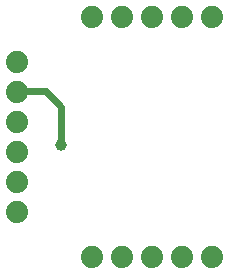
<source format=gbl>
G75*
G70*
%OFA0B0*%
%FSLAX24Y24*%
%IPPOS*%
%LPD*%
%AMOC8*
5,1,8,0,0,1.08239X$1,22.5*
%
%ADD10C,0.0740*%
%ADD11C,0.0396*%
%ADD12C,0.0240*%
%ADD13C,0.0160*%
D10*
X004646Y002665D03*
X005646Y002665D03*
X006646Y002665D03*
X007646Y002665D03*
X008646Y002665D03*
X002146Y004165D03*
X002146Y005165D03*
X002146Y006165D03*
X002146Y007165D03*
X002146Y008165D03*
X002146Y009165D03*
X004646Y010665D03*
X005646Y010665D03*
X006646Y010665D03*
X007646Y010665D03*
X008646Y010665D03*
D11*
X003636Y006415D03*
D12*
X003636Y007685D01*
X003126Y008195D01*
X002176Y008195D01*
D13*
X002146Y008165D01*
M02*

</source>
